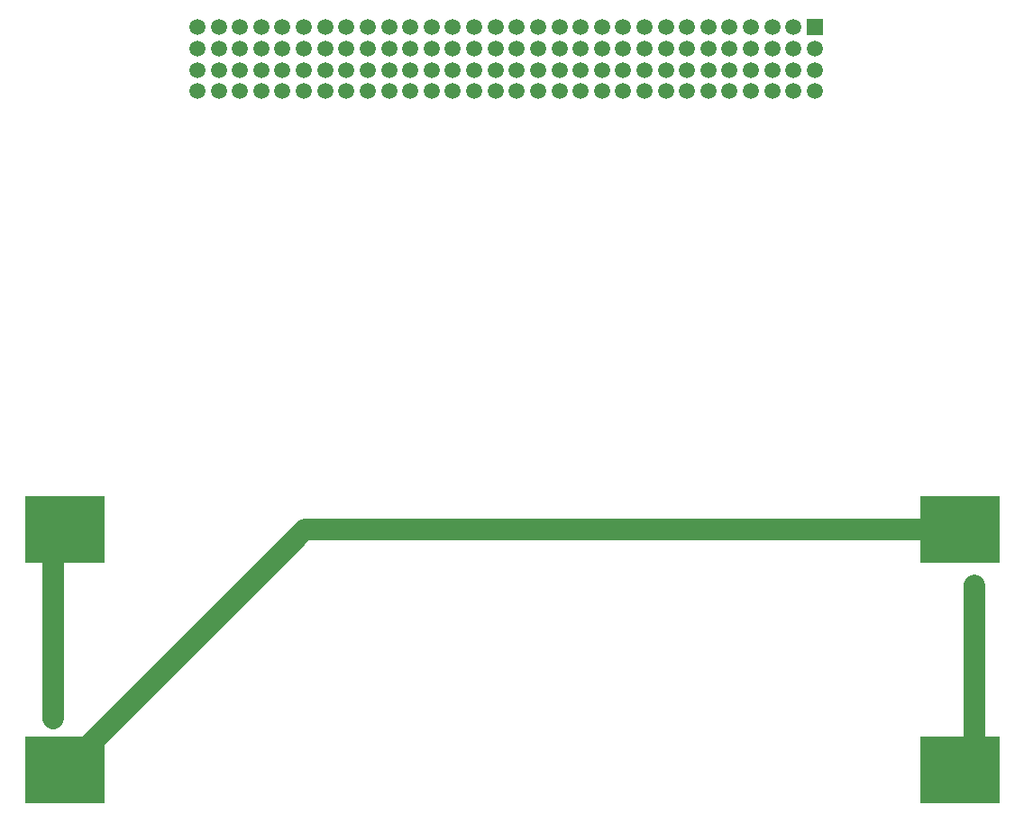
<source format=gbr>
%TF.GenerationSoftware,KiCad,Pcbnew,8.0.0*%
%TF.CreationDate,2025-01-17T03:21:33+02:00*%
%TF.ProjectId,diplomna_2024_bms_pcb_layout,6469706c-6f6d-46e6-915f-323032345f62,rev?*%
%TF.SameCoordinates,Original*%
%TF.FileFunction,Copper,L4,Bot*%
%TF.FilePolarity,Positive*%
%FSLAX46Y46*%
G04 Gerber Fmt 4.6, Leading zero omitted, Abs format (unit mm)*
G04 Created by KiCad (PCBNEW 8.0.0) date 2025-01-17 03:21:33*
%MOMM*%
%LPD*%
G01*
G04 APERTURE LIST*
%TA.AperFunction,ComponentPad*%
%ADD10R,1.500000X1.500000*%
%TD*%
%TA.AperFunction,ComponentPad*%
%ADD11C,1.500000*%
%TD*%
%TA.AperFunction,SMDPad,CuDef*%
%ADD12R,7.540000X6.350000*%
%TD*%
%TA.AperFunction,ViaPad*%
%ADD13C,0.600000*%
%TD*%
%TA.AperFunction,Conductor*%
%ADD14C,2.000000*%
%TD*%
G04 APERTURE END LIST*
D10*
%TO.P,J\u002A\u002A,1*%
%TO.N,GND*%
X251000000Y-53500000D03*
D11*
%TO.P,J\u002A\u002A,2*%
X249000000Y-53500000D03*
%TO.P,J\u002A\u002A,3*%
%TO.N,N/C*%
X247000000Y-53500000D03*
%TO.P,J\u002A\u002A,4*%
X245000000Y-53500000D03*
%TO.P,J\u002A\u002A,5*%
X243000000Y-53500000D03*
%TO.P,J\u002A\u002A,6*%
X241000000Y-53500000D03*
%TO.P,J\u002A\u002A,7*%
X239000000Y-53500000D03*
%TO.P,J\u002A\u002A,8*%
X237000000Y-53500000D03*
%TO.P,J\u002A\u002A,9*%
X235000000Y-53500000D03*
%TO.P,J\u002A\u002A,10*%
X233000000Y-53500000D03*
%TO.P,J\u002A\u002A,11*%
X231000000Y-53500000D03*
%TO.P,J\u002A\u002A,12*%
X229000000Y-53500000D03*
%TO.P,J\u002A\u002A,13*%
X227000000Y-53500000D03*
%TO.P,J\u002A\u002A,14*%
X225000000Y-53500000D03*
%TO.P,J\u002A\u002A,15*%
X223000000Y-53500000D03*
%TO.P,J\u002A\u002A,16*%
X221000000Y-53500000D03*
%TO.P,J\u002A\u002A,17*%
X219000000Y-53500000D03*
%TO.P,J\u002A\u002A,18*%
X217000000Y-53500000D03*
%TO.P,J\u002A\u002A,19*%
X215000000Y-53500000D03*
%TO.P,J\u002A\u002A,20*%
X213000000Y-53500000D03*
%TO.P,J\u002A\u002A,21*%
X211000000Y-53500000D03*
%TO.P,J\u002A\u002A,22*%
X209000000Y-53500000D03*
%TO.P,J\u002A\u002A,23*%
X207000000Y-53500000D03*
%TO.P,J\u002A\u002A,24*%
X205000000Y-53500000D03*
%TO.P,J\u002A\u002A,25*%
X203000000Y-53500000D03*
%TO.P,J\u002A\u002A,26*%
X201000000Y-53500000D03*
%TO.P,J\u002A\u002A,27*%
X199000000Y-53500000D03*
%TO.P,J\u002A\u002A,28*%
X197000000Y-53500000D03*
%TO.P,J\u002A\u002A,29*%
X195000000Y-53500000D03*
%TO.P,J\u002A\u002A,30*%
%TO.N,GND*%
X193000000Y-53500000D03*
%TO.P,J\u002A\u002A,31*%
X251000000Y-55500000D03*
%TO.P,J\u002A\u002A,32*%
%TO.N,N/C*%
X249000000Y-55500000D03*
%TO.P,J\u002A\u002A,33*%
X247000000Y-55500000D03*
%TO.P,J\u002A\u002A,34*%
X245000000Y-55500000D03*
%TO.P,J\u002A\u002A,35*%
X243000000Y-55500000D03*
%TO.P,J\u002A\u002A,36*%
X241000000Y-55500000D03*
%TO.P,J\u002A\u002A,37*%
X239000000Y-55500000D03*
%TO.P,J\u002A\u002A,38*%
X237000000Y-55500000D03*
%TO.P,J\u002A\u002A,39*%
X235000000Y-55500000D03*
%TO.P,J\u002A\u002A,40*%
X233000000Y-55500000D03*
%TO.P,J\u002A\u002A,41*%
X231000000Y-55500000D03*
%TO.P,J\u002A\u002A,42*%
X229000000Y-55500000D03*
%TO.P,J\u002A\u002A,43*%
X227000000Y-55500000D03*
%TO.P,J\u002A\u002A,44*%
X225000000Y-55500000D03*
%TO.P,J\u002A\u002A,45*%
X223000000Y-55500000D03*
%TO.P,J\u002A\u002A,46*%
X221000000Y-55500000D03*
%TO.P,J\u002A\u002A,47*%
X219000000Y-55500000D03*
%TO.P,J\u002A\u002A,48*%
X217000000Y-55500000D03*
%TO.P,J\u002A\u002A,49*%
X215000000Y-55500000D03*
%TO.P,J\u002A\u002A,50*%
X213000000Y-55500000D03*
%TO.P,J\u002A\u002A,51*%
X211000000Y-55500000D03*
%TO.P,J\u002A\u002A,52*%
X209000000Y-55500000D03*
%TO.P,J\u002A\u002A,53*%
X207000000Y-55500000D03*
%TO.P,J\u002A\u002A,54*%
X205000000Y-55500000D03*
%TO.P,J\u002A\u002A,55*%
X203000000Y-55500000D03*
%TO.P,J\u002A\u002A,56*%
X201000000Y-55500000D03*
%TO.P,J\u002A\u002A,57*%
X199000000Y-55500000D03*
%TO.P,J\u002A\u002A,58*%
X197000000Y-55500000D03*
%TO.P,J\u002A\u002A,59*%
X195000000Y-55500000D03*
%TO.P,J\u002A\u002A,60*%
X193000000Y-55500000D03*
%TO.P,J\u002A\u002A,61*%
%TO.N,VDD*%
X251000000Y-57500000D03*
%TO.P,J\u002A\u002A,62*%
%TO.N,N/C*%
X249000000Y-57500000D03*
%TO.P,J\u002A\u002A,63*%
X247000000Y-57500000D03*
%TO.P,J\u002A\u002A,64*%
X245000000Y-57500000D03*
%TO.P,J\u002A\u002A,65*%
X243000000Y-57500000D03*
%TO.P,J\u002A\u002A,66*%
X241000000Y-57500000D03*
%TO.P,J\u002A\u002A,67*%
X239000000Y-57500000D03*
%TO.P,J\u002A\u002A,68*%
X237000000Y-57500000D03*
%TO.P,J\u002A\u002A,69*%
X235000000Y-57500000D03*
%TO.P,J\u002A\u002A,70*%
X233000000Y-57500000D03*
%TO.P,J\u002A\u002A,71*%
X231000000Y-57500000D03*
%TO.P,J\u002A\u002A,72*%
X229000000Y-57500000D03*
%TO.P,J\u002A\u002A,73*%
X227000000Y-57500000D03*
%TO.P,J\u002A\u002A,74*%
X225000000Y-57500000D03*
%TO.P,J\u002A\u002A,75*%
X223000000Y-57500000D03*
%TO.P,J\u002A\u002A,76*%
X221000000Y-57500000D03*
%TO.P,J\u002A\u002A,77*%
X219000000Y-57500000D03*
%TO.P,J\u002A\u002A,78*%
X217000000Y-57500000D03*
%TO.P,J\u002A\u002A,79*%
X215000000Y-57500000D03*
%TO.P,J\u002A\u002A,80*%
X213000000Y-57500000D03*
%TO.P,J\u002A\u002A,81*%
X211000000Y-57500000D03*
%TO.P,J\u002A\u002A,82*%
X209000000Y-57500000D03*
%TO.P,J\u002A\u002A,83*%
X207000000Y-57500000D03*
%TO.P,J\u002A\u002A,84*%
X205000000Y-57500000D03*
%TO.P,J\u002A\u002A,85*%
X203000000Y-57500000D03*
%TO.P,J\u002A\u002A,86*%
X201000000Y-57500000D03*
%TO.P,J\u002A\u002A,87*%
X199000000Y-57500000D03*
%TO.P,J\u002A\u002A,88*%
X197000000Y-57500000D03*
%TO.P,J\u002A\u002A,89*%
X195000000Y-57500000D03*
%TO.P,J\u002A\u002A,90*%
X193000000Y-57500000D03*
%TO.P,J\u002A\u002A,91*%
%TO.N,VDD*%
X251000000Y-59500000D03*
%TO.P,J\u002A\u002A,92*%
%TO.N,N/C*%
X249000000Y-59500000D03*
%TO.P,J\u002A\u002A,93*%
X247000000Y-59500000D03*
%TO.P,J\u002A\u002A,94*%
X245000000Y-59500000D03*
%TO.P,J\u002A\u002A,95*%
X243000000Y-59500000D03*
%TO.P,J\u002A\u002A,96*%
X241000000Y-59500000D03*
%TO.P,J\u002A\u002A,97*%
X239000000Y-59500000D03*
%TO.P,J\u002A\u002A,98*%
X237000000Y-59500000D03*
%TO.P,J\u002A\u002A,99*%
X235000000Y-59500000D03*
%TO.P,J\u002A\u002A,100*%
X233000000Y-59500000D03*
%TO.P,J\u002A\u002A,101*%
X231000000Y-59500000D03*
%TO.P,J\u002A\u002A,102*%
X229000000Y-59500000D03*
%TO.P,J\u002A\u002A,103*%
X227000000Y-59500000D03*
%TO.P,J\u002A\u002A,104*%
X225000000Y-59500000D03*
%TO.P,J\u002A\u002A,105*%
X223000000Y-59500000D03*
%TO.P,J\u002A\u002A,106*%
X221000000Y-59500000D03*
%TO.P,J\u002A\u002A,107*%
X219000000Y-59500000D03*
%TO.P,J\u002A\u002A,108*%
X217000000Y-59500000D03*
%TO.P,J\u002A\u002A,109*%
X215000000Y-59500000D03*
%TO.P,J\u002A\u002A,110*%
X213000000Y-59500000D03*
%TO.P,J\u002A\u002A,111*%
X211000000Y-59500000D03*
%TO.P,J\u002A\u002A,112*%
X209000000Y-59500000D03*
%TO.P,J\u002A\u002A,113*%
X207000000Y-59500000D03*
%TO.P,J\u002A\u002A,114*%
X205000000Y-59500000D03*
%TO.P,J\u002A\u002A,115*%
X203000000Y-59500000D03*
%TO.P,J\u002A\u002A,116*%
X201000000Y-59500000D03*
%TO.P,J\u002A\u002A,117*%
X199000000Y-59500000D03*
%TO.P,J\u002A\u002A,118*%
X197000000Y-59500000D03*
%TO.P,J\u002A\u002A,119*%
X195000000Y-59500000D03*
%TO.P,J\u002A\u002A,120*%
X193000000Y-59500000D03*
%TD*%
D12*
%TO.P,REF\u002A\u002A,N1*%
%TO.N,GND*%
X180525000Y-100735000D03*
%TO.P,REF\u002A\u002A,N2*%
X264625000Y-123295000D03*
%TO.P,REF\u002A\u002A,P1*%
%TO.N,VDD*%
X264625000Y-100735000D03*
%TO.P,REF\u002A\u002A,P2*%
X180525000Y-123295000D03*
%TD*%
D13*
%TO.N,GND*%
X266000000Y-106000000D03*
X179500000Y-118500000D03*
%TO.N,VDD*%
X242000000Y-101000000D03*
%TD*%
D14*
%TO.N,GND*%
X266000000Y-106000000D02*
X266000000Y-121920000D01*
X179500000Y-101760000D02*
X180525000Y-100735000D01*
X266000000Y-121920000D02*
X264625000Y-123295000D01*
X179500000Y-118500000D02*
X179500000Y-101760000D01*
%TO.N,VDD*%
X264625000Y-100735000D02*
X203085000Y-100735000D01*
X203085000Y-100735000D02*
X180525000Y-123295000D01*
%TD*%
M02*

</source>
